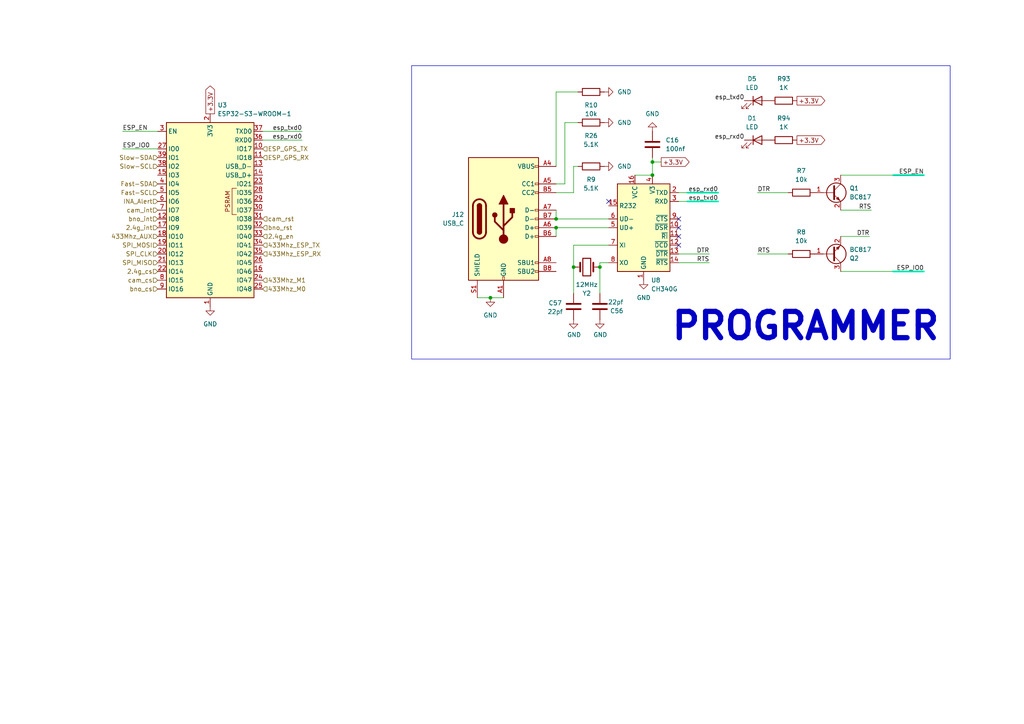
<source format=kicad_sch>
(kicad_sch (version 20250114) (generator "eeschema") (generator_version "9.0")
  (paper "A4")
  (lib_symbols
    (symbol "Connector:USB_C_Receptacle_USB2.0_16P" (pin_names (offset 1.016))
      (property "Reference" "J" (at 0 22.225 0))
      (property "Value" "USB_C_Receptacle_USB2.0_16P" (at 0 19.685 0))
      (symbol "USB_C_Receptacle_USB2.0_16P_0_0"
        (rectangle (start -0.254 -17.78) (end 0.254 -16.764))
        (rectangle (start 10.16 15.494) (end 9.144 14.986))
        (rectangle (start 10.16 10.414) (end 9.144 9.906))
        (rectangle (start 10.16 7.874) (end 9.144 7.366))
        (rectangle (start 10.16 2.794) (end 9.144 2.286))
        (rectangle (start 10.16 0.254) (end 9.144 -0.254))
        (rectangle (start 10.16 -2.286) (end 9.144 -2.794))
        (rectangle (start 10.16 -4.826) (end 9.144 -5.334))
        (rectangle (start 10.16 -12.446) (end 9.144 -12.954))
        (rectangle (start 10.16 -14.986) (end 9.144 -15.494))
      )
      (symbol "USB_C_Receptacle_USB2.0_16P_0_1"
        (rectangle (start -10.16 17.78) (end 10.16 -17.78) (stroke (width 0.254)) (fill (type background)))
        (polyline (pts (xy -8.89 -3.81) (xy -8.89 3.81)) (stroke (width 0.508)))
        (rectangle (start -7.62 -3.81) (end -6.35 3.81) (stroke (width 0.254)) (fill (type outline)))
        (arc (start -7.62 3.81) (mid -6.985 4.4423) (end -6.35 3.81) (stroke (width 0.254)))
        (arc (start -7.62 3.81) (mid -6.985 4.4423) (end -6.35 3.81) (stroke (width 0.254)) (fill (type outline)))
        (arc (start -8.89 3.81) (mid -6.985 5.7067) (end -5.08 3.81) (stroke (width 0.508)))
        (arc (start -5.08 -3.81) (mid -6.985 -5.7067) (end -8.89 -3.81) (stroke (width 0.508)))
        (arc (start -6.35 -3.81) (mid -6.985 -4.4423) (end -7.62 -3.81) (stroke (width 0.254)))
        (arc (start -6.35 -3.81) (mid -6.985 -4.4423) (end -7.62 -3.81) (stroke (width 0.254)) (fill (type outline)))
        (polyline (pts (xy -5.08 3.81) (xy -5.08 -3.81)) (stroke (width 0.508)))
        (circle (center -2.54 1.143) (radius 0.635) (stroke (width 0.254)) (fill (type outline)))
        (polyline (pts (xy -1.27 4.318) (xy 0 6.858) (xy 1.27 4.318) (xy -1.27 4.318)) (stroke (width 0.254)) (fill (type outline)))
        (polyline (pts (xy 0 -2.032) (xy 2.54 0.508) (xy 2.54 1.778)) (stroke (width 0.508)))
        (polyline (pts (xy 0 -3.302) (xy -2.54 -0.762) (xy -2.54 0.508)) (stroke (width 0.508)))
        (polyline (pts (xy 0 -5.842) (xy 0 4.318)) (stroke (width 0.508)))
        (circle (center 0 -5.842) (radius 1.27) (fill (type outline)))
        (rectangle (start 1.905 1.778) (end 3.175 3.048) (stroke (width 0.254)) (fill (type outline)))
      )
      (symbol "USB_C_Receptacle_USB2.0_16P_1_1"
        (pin passive line (at -7.62 -22.86 90) (length 5.08) (name "SHIELD") (number "S1"))
        (pin passive line (at 0 -22.86 90) (length 5.08) (name "GND") (number "A1"))
        (pin passive line (at 0 -22.86 90) (length 5.08) (hide yes) (name "GND") (number "A12"))
        (pin passive line (at 0 -22.86 90) (length 5.08) (hide yes) (name "GND") (number "B1"))
        (pin passive line (at 0 -22.86 90) (length 5.08) (hide yes) (name "GND") (number "B12"))
        (pin passive line (at 15.24 15.24 180) (length 5.08) (name "VBUS") (number "A4"))
        (pin passive line (at 15.24 15.24 180) (length 5.08) (hide yes) (name "VBUS") (number "A9"))
        (pin passive line (at 15.24 15.24 180) (length 5.08) (hide yes) (name "VBUS") (number "B4"))
        (pin passive line (at 15.24 15.24 180) (length 5.08) (hide yes) (name "VBUS") (number "B9"))
        (pin bidirectional line (at 15.24 10.16 180) (length 5.08) (name "CC1") (number "A5"))
        (pin bidirectional line (at 15.24 7.62 180) (length 5.08) (name "CC2") (number "B5"))
        (pin bidirectional line (at 15.24 2.54 180) (length 5.08) (name "D-") (number "A7"))
        (pin bidirectional line (at 15.24 0 180) (length 5.08) (name "D-") (number "B7"))
        (pin bidirectional line (at 15.24 -2.54 180) (length 5.08) (name "D+") (number "A6"))
        (pin bidirectional line (at 15.24 -5.08 180) (length 5.08) (name "D+") (number "B6"))
        (pin bidirectional line (at 15.24 -12.7 180) (length 5.08) (name "SBU1") (number "A8"))
        (pin bidirectional line (at 15.24 -15.24 180) (length 5.08) (name "SBU2") (number "B8"))
      )
    )
    (symbol "Device:C" (pin_numbers (hide yes)) (pin_names (offset 0.254))
      (property "Reference" "C" (at 0.635 2.54 0))
      (property "Value" "C" (at 0.635 -2.54 0))
      (symbol "C_0_1"
        (polyline (pts (xy -2.032 0.762) (xy 2.032 0.762)) (stroke (width 0.508)))
        (polyline (pts (xy -2.032 -0.762) (xy 2.032 -0.762)) (stroke (width 0.508)))
      )
      (symbol "C_1_1"
        (pin passive line (at 0 3.81 270) (length 2.794) (name "~") (number "1"))
        (pin passive line (at 0 -3.81 90) (length 2.794) (name "~") (number "2"))
      )
    )
    (symbol "Device:Crystal" (pin_numbers (hide yes)) (pin_names (offset 1.016) (hide yes))
      (property "Reference" "Y" (at 0 3.81 0))
      (property "Value" "Crystal" (at 0 -3.81 0))
      (symbol "Crystal_0_1"
        (polyline (pts (xy -2.54 0) (xy -1.905 0)))
        (polyline (pts (xy -1.905 -1.27) (xy -1.905 1.27)) (stroke (width 0.508)))
        (rectangle (start -1.143 2.54) (end 1.143 -2.54) (stroke (width 0.3048)))
        (polyline (pts (xy 1.905 -1.27) (xy 1.905 1.27)) (stroke (width 0.508)))
        (polyline (pts (xy 2.54 0) (xy 1.905 0)))
      )
      (symbol "Crystal_1_1"
        (pin passive line (at -3.81 0 0) (length 1.27) (name "1") (number "1"))
        (pin passive line (at 3.81 0 180) (length 1.27) (name "2") (number "2"))
      )
    )
    (symbol "Device:LED" (pin_numbers (hide yes)) (pin_names (offset 1.016) (hide yes))
      (property "Reference" "D" (at 0 2.54 0))
      (property "Value" "LED" (at 0 -2.54 0))
      (symbol "LED_0_1"
        (polyline (pts (xy -3.048 -0.762) (xy -4.572 -2.286) (xy -3.81 -2.286) (xy -4.572 -2.286) (xy -4.572 -1.524)))
        (polyline (pts (xy -1.778 -0.762) (xy -3.302 -2.286) (xy -2.54 -2.286) (xy -3.302 -2.286) (xy -3.302 -1.524)))
        (polyline (pts (xy -1.27 0) (xy 1.27 0)))
        (polyline (pts (xy -1.27 -1.27) (xy -1.27 1.27)) (stroke (width 0.254)))
        (polyline (pts (xy 1.27 -1.27) (xy 1.27 1.27) (xy -1.27 0) (xy 1.27 -1.27)) (stroke (width 0.254)))
      )
      (symbol "LED_1_1"
        (pin passive line (at -3.81 0 0) (length 2.54) (name "K") (number "1"))
        (pin passive line (at 3.81 0 180) (length 2.54) (name "A") (number "2"))
      )
    )
    (symbol "Device:R" (pin_numbers (hide yes)) (pin_names (offset 0))
      (property "Reference" "R" (at 2.032 0 90))
      (property "Value" "R" (at 0 0 90))
      (symbol "R_0_1"
        (rectangle (start -1.016 -2.54) (end 1.016 2.54) (stroke (width 0.254)))
      )
      (symbol "R_1_1"
        (pin passive line (at 0 3.81 270) (length 1.27) (name "~") (number "1"))
        (pin passive line (at 0 -3.81 90) (length 1.27) (name "~") (number "2"))
      )
    )
    (symbol "Interface_USB:CH340G"
      (property "Reference" "U8" (at 2.1433 -15.24 0))
      (property "Value" "CH340G" (at 2.1433 -17.78 0))
      (symbol "CH340G_0_1"
        (rectangle (start -7.62 12.7) (end 7.62 -12.7) (stroke (width 0.254)) (fill (type background)))
      )
      (symbol "CH340G_1_1"
        (pin input line (at -10.16 6.35 0) (length 2.54) (name "R232") (number "15"))
        (pin bidirectional line (at -10.16 2.54 0) (length 2.54) (name "UD-") (number "6"))
        (pin bidirectional line (at -10.16 0 0) (length 2.54) (name "UD+") (number "5"))
        (pin input line (at -10.16 -5.08 0) (length 2.54) (name "XI") (number "7"))
        (pin output line (at -10.16 -10.16 0) (length 2.54) (name "XO") (number "8"))
        (pin power_in line (at -2.54 15.24 270) (length 2.54) (name "VCC") (number "16"))
        (pin power_in line (at 0 -15.24 90) (length 2.54) (name "GND") (number "1"))
        (pin power_out line (at 2.54 15.24 270) (length 2.54) (name "V3") (number "4"))
        (pin output line (at 10.16 10.16 180) (length 2.54) (name "TXD") (number "2"))
        (pin input line (at 10.16 7.62 180) (length 2.54) (name "RXD") (number "3"))
        (pin input line (at 10.16 2.54 180) (length 2.54) (name "~{CTS}") (number "9"))
        (pin input line (at 10.16 0 180) (length 2.54) (name "~{DSR}") (number "10"))
        (pin input line (at 10.16 -2.54 180) (length 2.54) (name "~{RI}") (number "11"))
        (pin input line (at 10.16 -5.08 180) (length 2.54) (name "~{DCD}") (number "12"))
        (pin output line (at 10.16 -7.62 180) (length 2.54) (name "~{DTR}") (number "13"))
        (pin output line (at 10.16 -10.16 180) (length 2.54) (name "~{RTS}") (number "14"))
      )
    )
    (symbol "RF_Module:ESP32-S3-WROOM-1"
      (property "Reference" "U" (at -12.7 26.67 0))
      (property "Value" "ESP32-S3-WROOM-1" (at 12.7 26.67 0))
      (symbol "ESP32-S3-WROOM-1_0_0"
        (rectangle (start -12.7 25.4) (end 12.7 -25.4) (stroke (width 0.254)) (fill (type background)))
        (text "PSRAM" (at 5.08 2.54 900) (effects (font (size 1.27 1.27))))
      )
      (symbol "ESP32-S3-WROOM-1_0_1"
        (polyline (pts (xy 7.62 -1.27) (xy 6.35 -1.27) (xy 6.35 6.35) (xy 7.62 6.35)))
      )
      (symbol "ESP32-S3-WROOM-1_1_1"
        (pin input line (at -15.24 22.86 0) (length 2.54) (name "EN") (number "3"))
        (pin bidirectional line (at -15.24 17.78 0) (length 2.54) (name "IO0") (number "27"))
        (pin bidirectional line (at -15.24 15.24 0) (length 2.54) (name "IO1") (number "39"))
        (pin bidirectional line (at -15.24 12.7 0) (length 2.54) (name "IO2") (number "38"))
        (pin bidirectional line (at -15.24 10.16 0) (length 2.54) (name "IO3") (number "15"))
        (pin bidirectional line (at -15.24 7.62 0) (length 2.54) (name "IO4") (number "4"))
        (pin bidirectional line (at -15.24 5.08 0) (length 2.54) (name "IO5") (number "5"))
        (pin bidirectional line (at -15.24 2.54 0) (length 2.54) (name "IO6") (number "6"))
        (pin bidirectional line (at -15.24 0 0) (length 2.54) (name "IO7") (number "7"))
        (pin bidirectional line (at -15.24 -2.54 0) (length 2.54) (name "IO8") (number "12"))
        (pin bidirectional line (at -15.24 -5.08 0) (length 2.54) (name "IO9") (number "17"))
        (pin bidirectional line (at -15.24 -7.62 0) (length 2.54) (name "IO10") (number "18"))
        (pin bidirectional line (at -15.24 -10.16 0) (length 2.54) (name "IO11") (number "19"))
        (pin bidirectional line (at -15.24 -12.7 0) (length 2.54) (name "IO12") (number "20"))
        (pin bidirectional line (at -15.24 -15.24 0) (length 2.54) (name "IO13") (number "21"))
        (pin bidirectional line (at -15.24 -17.78 0) (length 2.54) (name "IO14") (number "22"))
        (pin bidirectional line (at -15.24 -20.32 0) (length 2.54) (name "IO15") (number "8"))
        (pin bidirectional line (at -15.24 -22.86 0) (length 2.54) (name "IO16") (number "9"))
        (pin power_in line (at 0 27.94 270) (length 2.54) (name "3V3") (number "2"))
        (pin power_in line (at 0 -27.94 90) (length 2.54) (name "GND") (number "1"))
        (pin passive line (at 0 -27.94 90) (length 2.54) (hide yes) (name "GND") (number "40"))
        (pin passive line (at 0 -27.94 90) (length 2.54) (hide yes) (name "GND") (number "41"))
        (pin bidirectional line (at 15.24 22.86 180) (length 2.54) (name "TXD0") (number "37"))
        (pin bidirectional line (at 15.24 20.32 180) (length 2.54) (name "RXD0") (number "36"))
        (pin bidirectional line (at 15.24 17.78 180) (length 2.54) (name "IO17") (number "10"))
        (pin bidirectional line (at 15.24 15.24 180) (length 2.54) (name "IO18") (number "11"))
        (pin bidirectional line (at 15.24 12.7 180) (length 2.54) (name "USB_D-") (number "13"))
        (pin bidirectional line (at 15.24 10.16 180) (length 2.54) (name "USB_D+") (number "14"))
        (pin bidirectional line (at 15.24 7.62 180) (length 2.54) (name "IO21") (number "23"))
        (pin bidirectional line (at 15.24 5.08 180) (length 2.54) (name "IO35") (number "28"))
        (pin bidirectional line (at 15.24 2.54 180) (length 2.54) (name "IO36") (number "29"))
        (pin bidirectional line (at 15.24 0 180) (length 2.54) (name "IO37") (number "30"))
        (pin bidirectional line (at 15.24 -2.54 180) (length 2.54) (name "IO38") (number "31"))
        (pin bidirectional line (at 15.24 -5.08 180) (length 2.54) (name "IO39") (number "32"))
        (pin bidirectional line (at 15.24 -7.62 180) (length 2.54) (name "IO40") (number "33"))
        (pin bidirectional line (at 15.24 -10.16 180) (length 2.54) (name "IO41") (number "34"))
        (pin bidirectional line (at 15.24 -12.7 180) (length 2.54) (name "IO42") (number "35"))
        (pin bidirectional line (at 15.24 -15.24 180) (length 2.54) (name "IO45") (number "26"))
        (pin bidirectional line (at 15.24 -17.78 180) (length 2.54) (name "IO46") (number "16"))
        (pin bidirectional line (at 15.24 -20.32 180) (length 2.54) (name "IO47") (number "24"))
        (pin bidirectional line (at 15.24 -22.86 180) (length 2.54) (name "IO48") (number "25"))
      )
    )
    (symbol "Transistor_BJT:BC817" (pin_names (offset 0) (hide yes))
      (property "Reference" "Q" (at 5.08 1.905 0))
      (property "Value" "BC817" (at 5.08 0 0))
      (symbol "BC817_0_1"
        (polyline (pts (xy -2.54 0) (xy 0.635 0)))
        (polyline (pts (xy 0.635 1.905) (xy 0.635 -1.905)) (stroke (width 0.508)))
        (circle (center 1.27 0) (radius 2.8194) (stroke (width 0.254)))
      )
      (symbol "BC817_1_1"
        (polyline (pts (xy 0.635 0.635) (xy 2.54 2.54)))
        (polyline (pts (xy 0.635 -0.635) (xy 2.54 -2.54)))
        (polyline (pts (xy 1.27 -1.778) (xy 1.778 -1.27) (xy 2.286 -2.286) (xy 1.27 -1.778)) (fill (type outline)))
        (pin input line (at -5.08 0 0) (length 2.54) (name "B") (number "1"))
        (pin passive line (at 2.54 5.08 270) (length 2.54) (name "C") (number "3"))
        (pin passive line (at 2.54 -5.08 90) (length 2.54) (name "E") (number "2"))
      )
    )
    (symbol "power:GND" (power) (pin_numbers (hide yes)) (pin_names (offset 0) (hide yes))
      (property "Value" "GND" (at 0 -3.81 0))
      (symbol "GND_0_1"
        (polyline (pts (xy 0 0) (xy 0 -1.27) (xy 1.27 -1.27) (xy 0 -2.54) (xy -1.27 -1.27) (xy 0 -1.27)))
      )
      (symbol "GND_1_1"
        (pin power_in line (at 0 0 270) (length 0) (name "~") (number "1"))
      )
    )
  )
  (rectangle (start 119.38 19.05) (end 275.59 104.14))
  (text "PROGRAMMER" (at 233.68 94.742 0) (effects (font (size 7.62 7.62) (thickness 1.524) (bold yes))))
  (junction (at 189.23 50.8))
  (junction (at 161.29 66.04))
  (junction (at 173.99 77.47))
  (junction (at 161.29 63.5))
  (junction (at 142.24 86.36))
  (junction (at 166.37 77.47))
  (junction (at 189.23 46.99))
  (no_connect (at 176.53 58.42))
  (no_connect (at 196.85 66.04))
  (no_connect (at 196.85 68.58))
  (no_connect (at 196.85 71.12))
  (no_connect (at 196.85 63.5))
  (wire (pts (xy 166.37 77.47) (xy 166.37 85.09)))
  (wire (pts (xy 166.37 48.26) (xy 167.64 48.26)))
  (wire (pts (xy 196.85 73.66) (xy 205.74 73.66)))
  (wire (pts (xy 189.23 45.72) (xy 189.23 46.99)))
  (wire (pts (xy 76.2 40.64) (xy 87.63 40.64)))
  (wire (pts (xy 45.72 43.18) (xy 35.56 43.18)))
  (wire (pts (xy 161.29 55.88) (xy 166.37 55.88)))
  (wire (pts (xy 243.84 60.96) (xy 252.73 60.96)))
  (wire (pts (xy 219.71 55.88) (xy 228.6 55.88)))
  (wire (pts (xy 161.29 48.26) (xy 161.29 26.67)))
  (wire (pts (xy 166.37 71.12) (xy 176.53 71.12)))
  (wire (pts (xy 243.84 50.8) (xy 267.97 50.8)))
  (wire (pts (xy 173.99 76.2) (xy 176.53 76.2)))
  (wire (pts (xy 163.83 53.34) (xy 163.83 35.56)))
  (wire (pts (xy 196.85 55.88) (xy 208.28 55.88)))
  (wire (pts (xy 184.15 50.8) (xy 189.23 50.8)))
  (wire (pts (xy 189.23 46.99) (xy 191.77 46.99)))
  (wire (pts (xy 243.84 78.74) (xy 267.97 78.74)))
  (wire (pts (xy 45.72 38.1) (xy 35.56 38.1)))
  (wire (pts (xy 173.99 77.47) (xy 173.99 85.09)))
  (wire (pts (xy 161.29 63.5) (xy 176.53 63.5)))
  (wire (pts (xy 252.2046 68.58) (xy 243.84 68.58)))
  (wire (pts (xy 196.85 58.42) (xy 208.28 58.42)))
  (wire (pts (xy 196.85 76.2) (xy 205.74 76.2)))
  (wire (pts (xy 161.29 26.67) (xy 167.64 26.67)))
  (wire (pts (xy 161.29 66.04) (xy 176.53 66.04)))
  (polyline (pts (xy 259.08 78.74) (xy 267.97 78.74)) (stroke (width 0.508) (type solid) (color 0 255 249 1)))
  (wire (pts (xy 173.99 76.2) (xy 173.99 77.47)))
  (wire (pts (xy 161.29 60.96) (xy 161.29 63.5)))
  (wire (pts (xy 166.37 48.26) (xy 166.37 55.88)))
  (wire (pts (xy 76.2 38.1) (xy 87.63 38.1)))
  (wire (pts (xy 161.29 53.34) (xy 163.83 53.34)))
  (wire (pts (xy 163.83 35.56) (xy 167.64 35.56)))
  (wire (pts (xy 228.6 73.66) (xy 219.71 73.66)))
  (polyline (pts (xy 199.39 55.88) (xy 208.28 55.88)) (stroke (width 0.508) (type solid) (color 0 255 249 1)))
  (wire (pts (xy 166.37 71.12) (xy 166.37 77.47)))
  (polyline (pts (xy 259.08 50.8) (xy 267.97 50.8)) (stroke (width 0.508) (type solid) (color 0 255 249 1)))
  (wire (pts (xy 189.23 46.99) (xy 189.23 50.8)))
  (polyline (pts (xy 199.39 58.42) (xy 208.28 58.42)) (stroke (width 0.508) (type solid) (color 0 255 249 1)))
  (wire (pts (xy 146.05 86.36) (xy 142.24 86.36)))
  (wire (pts (xy 138.43 86.36) (xy 142.24 86.36)))
  (wire (pts (xy 161.29 66.04) (xy 161.29 68.58)))
  (label "esp_rxd0" (at 215.9 40.64 180))
  (label "DTR" (at 205.74 73.66 180))
  (label "ESP_IO0" (at 267.97 78.74 180))
  (label "esp_txd0" (at 87.63 38.1 180))
  (label "DTR" (at 252.2046 68.58 180))
  (label "RTS" (at 219.71 73.66 0))
  (label "esp_rxd0" (at 87.63 40.64 180))
  (label "esp_txd0" (at 208.28 58.42 180))
  (label "esp_rxd0" (at 208.28 55.88 180))
  (label "RTS" (at 252.73 60.96 180))
  (label "ESP_EN" (at 267.97 50.8 180))
  (label "ESP_IO0" (at 35.56 43.18 0))
  (label "esp_txd0" (at 215.9 29.21 180))
  (label "DTR" (at 219.71 55.88 0))
  (label "ESP_EN" (at 35.56 38.1 0))
  (label "RTS" (at 205.74 76.2 180))
  (global_label "+3.3V" (shape output) (at 231.14 29.21 0) (property "Intersheetrefs" "${INTERSHEET_REFS}" (effects (hide yes))))
  (global_label "+3.3V" (shape output) (at 191.77 46.99 0) (property "Intersheetrefs" "${INTERSHEET_REFS}" (effects (hide yes))))
  (global_label "+3.3V" (shape output) (at 60.96 33.02 90) (property "Intersheetrefs" "${INTERSHEET_REFS}" (effects (hide yes))))
  (global_label "+3.3V" (shape output) (at 231.14 40.64 0) (property "Intersheetrefs" "${INTERSHEET_REFS}" (effects (hide yes))))
  (hierarchical_label "2.4g_en" (shape input) (at 76.2 68.58 0))
  (hierarchical_label "INA_Alert" (shape input) (at 45.72 58.42 180))
  (hierarchical_label "2.4g_cs" (shape input) (at 45.72 78.74 180))
  (hierarchical_label "bno_cs" (shape input) (at 45.72 83.82 180))
  (hierarchical_label "bno_int" (shape input) (at 45.72 63.5 180))
  (hierarchical_label "433Mhz_M1" (shape input) (at 76.2 81.28 0))
  (hierarchical_label "433Mhz_ESP_TX" (shape input) (at 76.2 71.12 0))
  (hierarchical_label "SPI_CLK" (shape input) (at 45.72 73.66 180))
  (hierarchical_label "SPI_MISO" (shape input) (at 45.72 76.2 180))
  (hierarchical_label "Slow-SCL" (shape input) (at 45.72 48.26 180))
  (hierarchical_label "433Mhz_ESP_RX" (shape input) (at 76.2 73.66 0))
  (hierarchical_label "ESP_GPS_RX" (shape input) (at 76.2 45.72 0))
  (hierarchical_label "Slow-SDA" (shape input) (at 45.72 45.72 180))
  (hierarchical_label "bno_rst" (shape input) (at 76.2 66.04 0))
  (hierarchical_label "cam_int" (shape input) (at 45.72 60.96 180))
  (hierarchical_label "cam_cs" (shape input) (at 45.72 81.28 180))
  (hierarchical_label "cam_rst" (shape input) (at 76.2 63.5 0))
  (hierarchical_label "433Mhz_M0" (shape input) (at 76.2 83.82 0))
  (hierarchical_label "2.4g_int" (shape input) (at 45.72 66.04 180))
  (hierarchical_label "ESP_GPS_TX" (shape input) (at 76.2 43.18 0))
  (hierarchical_label "SPI_MOSI" (shape input) (at 45.72 71.12 180))
  (hierarchical_label "Fast-SCL" (shape input) (at 45.72 55.88 180))
  (hierarchical_label "433Mhz_AUX" (shape input) (at 45.72 68.58 180))
  (hierarchical_label "Fast-SDA" (shape input) (at 45.72 53.34 180))
  (symbol (lib_id "power:GND") (at 175.26 35.56 90) (mirror x) (unit 1)
    (property "Reference" "#PWR053" (effects (hide yes)))
    (property "Value" "GND" (at 179.07 35.5599 90) (effects (justify right)))
    (property "Description" "Power symbol creates a global label with name \"GND\" , ground" (effects (hide yes)))
  )
  (symbol (lib_id "power:GND") (at 175.26 26.67 90) (mirror x) (unit 1)
    (property "Reference" "#PWR028" (effects (hide yes)))
    (property "Value" "GND" (at 179.07 26.6699 90) (effects (justify right)))
    (property "Description" "Power symbol creates a global label with name \"GND\" , ground" (effects (hide yes)))
  )
  (symbol (lib_id "Device:R") (at 171.45 48.26 270) (mirror x) (unit 1)
    (property "Reference" "R9" (at 171.45 52.07 90))
    (property "Value" "5.1K" (at 171.45 54.61 90))
    (property "Footprint" "Resistor_SMD:R_0805_2012Metric" (effects (hide yes)))
    (property "Datasheet" "-" (effects (hide yes)))
    (property "Description" "Resistor" (effects (hide yes)))
    (property "Cikkszám" "100.013.49" (effects (hide yes)))
    (property "Link" "https://www.hestore.hu/prod_10001349.html" (effects (hide yes)))
  )
  (symbol (lib_id "power:GND") (at 186.69 81.28 0) (unit 1)
    (property "Reference" "#PWR025" (effects (hide yes)))
    (property "Value" "GND" (at 186.69 86.36 0))
    (property "Description" "Power symbol creates a global label with name \"GND\" , ground" (effects (hide yes)))
  )
  (symbol (lib_id "Device:R") (at 232.41 55.88 90) (unit 1)
    (property "Reference" "R7" (at 232.41 49.53 90))
    (property "Value" "10k" (at 232.41 52.07 90))
    (property "Footprint" "Resistor_SMD:R_0805_2012Metric" (effects (hide yes)))
    (property "Datasheet" "https://www.hestore.hu/prod_getfile.php?id=3653" (effects (hide yes)))
    (property "Description" "Resistor" (effects (hide yes)))
    (property "Cikkszám" "100.011.42" (effects (hide yes)))
    (property "Link" "https://www.hestore.hu/prod_10001142.html" (effects (hide yes)))
  )
  (symbol (lib_id "Transistor_BJT:BC817") (at 241.3 73.66 0) (mirror x) (unit 1)
    (property "Reference" "Q2" (at 246.38 74.9301 0) (effects (justify left)))
    (property "Value" "BC817" (at 246.38 72.3901 0) (effects (justify left)))
    (property "Footprint" "Package_TO_SOT_SMD:SOT-23" (effects (hide yes)))
    (property "Datasheet" "https://www.onsemi.com/pub/Collateral/BC818-D.pdf" (effects (hide yes)))
    (property "Description" "0.8A Ic, 45V Vce, NPN Transistor, SOT-23" (effects (hide yes)))
  )
  (symbol (lib_id "Device:C") (at 189.23 41.91 0) (unit 1)
    (property "Reference" "C16" (at 193.04 40.6399 0) (effects (justify left)))
    (property "Value" "100nf" (at 193.04 43.1799 0) (effects (justify left)))
    (property "Footprint" "Capacitor_SMD:C_0805_2012Metric" (effects (hide yes)))
    (property "Description" "Unpolarized capacitor" (effects (hide yes)))
    (property "Cikkszám" "100.011.22" (effects (hide yes)))
    (property "Link" "https://www.hestore.hu/prod_10001122.html" (effects (hide yes)))
  )
  (symbol (lib_id "power:GND") (at 175.26 48.26 90) (mirror x) (unit 1)
    (property "Reference" "#PWR055" (effects (hide yes)))
    (property "Value" "GND" (at 179.07 48.2599 90) (effects (justify right)))
    (property "Description" "Power symbol creates a global label with name \"GND\" , ground" (effects (hide yes)))
  )
  (symbol (lib_id "Device:R") (at 171.45 26.67 270) (mirror x) (unit 1)
    (property "Reference" "R10" (at 171.45 30.48 90))
    (property "Value" "10k" (at 171.45 33.02 90))
    (property "Footprint" "Resistor_SMD:R_0805_2012Metric" (effects (hide yes)))
    (property "Datasheet" "-" (effects (hide yes)))
    (property "Description" "Resistor" (effects (hide yes)))
    (property "Cikkszám" "100.013.49" (effects (hide yes)))
    (property "Link" "https://www.hestore.hu/prod_10001349.html" (effects (hide yes)))
  )
  (symbol (lib_id "Device:R") (at 227.33 40.64 90) (unit 1)
    (property "Reference" "R94" (at 227.33 34.29 90))
    (property "Value" "1K" (at 227.33 36.83 90))
    (property "Footprint" "Resistor_SMD:R_0805_2012Metric" (effects (hide yes)))
    (property "Datasheet" "https://www.hestore.hu/prod_getfile.php?id=3656" (effects (hide yes)))
    (property "Description" "Resistor" (effects (hide yes)))
    (property "Cikkszám" "100.011.57" (effects (hide yes)))
    (property "Link" "https://www.hestore.hu/prod_10001157.html" (effects (hide yes)))
  )
  (symbol (lib_id "Device:Crystal") (at 170.18 77.47 180) (unit 1)
    (property "Reference" "Y2" (at 170.18 85.09 0))
    (property "Value" "12MHz" (at 170.18 82.55 0))
    (property "Footprint" "Crystal:Crystal_SMD_HC49-SD" (effects (hide yes)))
    (property "Datasheet" "-" (effects (hide yes)))
    (property "Description" "Two pin crystal" (effects (hide yes)))
    (property "Cikkszám" "100.213.87" (effects (hide yes)))
    (property "Link" "https://www.hestore.hu/prod_10021387.html" (effects (hide yes)))
  )
  (symbol (lib_id "Device:R") (at 171.45 35.56 270) (mirror x) (unit 1)
    (property "Reference" "R26" (at 171.45 39.37 90))
    (property "Value" "5.1K" (at 171.45 41.91 90))
    (property "Footprint" "Resistor_SMD:R_0805_2012Metric" (effects (hide yes)))
    (property "Datasheet" "-" (effects (hide yes)))
    (property "Description" "Resistor" (effects (hide yes)))
    (property "Cikkszám" "100.013.49" (effects (hide yes)))
    (property "Link" "https://www.hestore.hu/prod_10001349.html" (effects (hide yes)))
  )
  (symbol (lib_id "power:GND") (at 189.23 38.1 0) (mirror x) (unit 1)
    (property "Reference" "#PWR029" (effects (hide yes)))
    (property "Value" "GND" (at 189.23 33.02 0))
    (property "Description" "Power symbol creates a global label with name \"GND\" , ground" (effects (hide yes)))
  )
  (symbol (lib_id "Device:R") (at 227.33 29.21 90) (unit 1)
    (property "Reference" "R93" (at 227.33 22.86 90))
    (property "Value" "1K" (at 227.33 25.4 90))
    (property "Footprint" "Resistor_SMD:R_0805_2012Metric" (effects (hide yes)))
    (property "Datasheet" "https://www.hestore.hu/prod_getfile.php?id=3656" (effects (hide yes)))
    (property "Description" "Resistor" (effects (hide yes)))
    (property "Cikkszám" "100.011.57" (effects (hide yes)))
    (property "Link" "https://www.hestore.hu/prod_10001157.html" (effects (hide yes)))
  )
  (symbol (lib_id "Connector:USB_C_Receptacle_USB2.0_16P") (at 146.05 63.5 0) (unit 1)
    (property "Reference" "J12" (at 134.62 62.2299 0) (effects (justify right)))
    (property "Value" "USB_C" (at 134.62 64.7699 0) (effects (justify right)))
    (property "Footprint" "Connector_USB:USB_C_Receptacle_Palconn_UTC16-G" (effects (hide yes)))
    (property "Datasheet" "https://www.hestore.hu/prod_getfile.php?id=17786" (effects (hide yes)))
    (property "Description" "USB 2.0-only 16P Type-C Receptacle connector" (effects (hide yes)))
    (property "Cikkszám" "100.469.70" (effects (hide yes)))
    (property "Link" "https://www.hestore.hu/prod_10046970.html" (effects (hide yes)))
  )
  (symbol (lib_id "Device:LED") (at 219.71 40.64 0) (unit 1)
    (property "Reference" "D1" (at 218.1225 34.29 0))
    (property "Value" "LED" (at 218.1225 36.83 0))
    (property "Footprint" "Diode_SMD:D_1206_3216Metric" (effects (hide yes)))
    (property "Datasheet" "https://www.hestore.hu/prod_getfile.php?id=19854" (effects (hide yes)))
    (property "Description" "Light emitting diode" (effects (hide yes)))
    (property "Cikkszám" "100.365.89" (effects (hide yes)))
    (property "Link" "https://www.hestore.hu/prod_10048914.html" (effects (hide yes)))
  )
  (symbol (lib_id "RF_Module:ESP32-S3-WROOM-1") (at 60.96 60.96 0) (unit 1)
    (property "Reference" "U3" (at 63.1033 30.48 0) (effects (justify left)))
    (property "Value" "ESP32-S3-WROOM-1" (at 63.1033 33.02 0) (effects (justify left)))
    (property "Footprint" "RF_Module:ESP32-S3-WROOM-1" (effects (hide yes)))
    (property "Datasheet" "https://www.espressif.com/sites/default/files/documentation/esp32-s3-wroom-1_wroom-1u_datasheet_en.pdf" (effects (hide yes)))
    (property "Description" "RF Module, ESP32-S3 SoC, Wi-Fi 802.11b/g/n, Bluetooth, BLE, 32-bit, 3.3V, onboard antenna, SMD" (effects (hide yes)))
  )
  (symbol (lib_id "Device:C") (at 173.99 88.9 0) (unit 1)
    (property "Reference" "C56" (at 180.848 90.17 0) (effects (justify right)))
    (property "Value" "22pf" (at 180.848 87.63 0) (effects (justify right)))
    (property "Footprint" "Capacitor_SMD:C_0805_2012Metric" (effects (hide yes)))
    (property "Datasheet" "https://www.hestore.hu/prod_getfile.php?id=3648" (effects (hide yes)))
    (property "Description" "Unpolarized capacitor" (effects (hide yes)))
    (property "Cikkszám" "100.011.31" (effects (hide yes)))
    (property "Link" "https://www.hestore.hu/prod_10001131.html" (effects (hide yes)))
  )
  (symbol (lib_id "Interface_USB:CH340G") (at 186.69 66.04 0) (unit 1)
    (property "Reference" "U8" (at 188.8333 81.28 0) (effects (justify left)))
    (property "Value" "CH340G" (at 188.8333 83.82 0) (effects (justify left)))
    (property "Footprint" "Package_SO:SOIC-16_3.9x9.9mm_P1.27mm" (effects (hide yes)))
    (property "Datasheet" "http://www.datasheet5.com/pdf-local-2195953" (effects (hide yes)))
    (property "Description" "USB serial converter, UART, SOIC-16" (effects (hide yes)))
  )
  (symbol (lib_id "power:GND") (at 173.99 92.71 0) (unit 1)
    (property "Reference" "#PWR0142" (effects (hide yes)))
    (property "Value" "GND" (at 174.117 97.1042 0))
    (property "Description" "Power symbol creates a global label with name \"GND\" , ground" (effects (hide yes)))
  )
  (symbol (lib_id "Device:LED") (at 219.71 29.21 0) (unit 1)
    (property "Reference" "D5" (at 218.1225 22.86 0))
    (property "Value" "LED" (at 218.1225 25.4 0))
    (property "Footprint" "Diode_SMD:D_1206_3216Metric" (effects (hide yes)))
    (property "Datasheet" "https://www.hestore.hu/prod_getfile.php?id=19854" (effects (hide yes)))
    (property "Description" "Light emitting diode" (effects (hide yes)))
    (property "Cikkszám" "100.365.89" (effects (hide yes)))
    (property "Link" "https://www.hestore.hu/prod_10048914.html" (effects (hide yes)))
  )
  (symbol (lib_id "power:GND") (at 60.96 88.9 0) (unit 1)
    (property "Reference" "#PWR027" (effects (hide yes)))
    (property "Value" "GND" (at 60.96 93.98 0))
    (property "Description" "Power symbol creates a global label with name \"GND\" , ground" (effects (hide yes)))
  )
  (symbol (lib_id "power:GND") (at 166.37 92.71 0) (unit 1)
    (property "Reference" "#PWR0143" (effects (hide yes)))
    (property "Value" "GND" (at 166.497 97.1042 0))
    (property "Description" "Power symbol creates a global label with name \"GND\" , ground" (effects (hide yes)))
  )
  (symbol (lib_id "Transistor_BJT:BC817") (at 241.3 55.88 0) (unit 1)
    (property "Reference" "Q1" (at 246.38 54.6099 0) (effects (justify left)))
    (property "Value" "BC817" (at 246.38 57.1499 0) (effects (justify left)))
    (property "Footprint" "Package_TO_SOT_SMD:SOT-23" (effects (hide yes)))
    (property "Datasheet" "https://www.onsemi.com/pub/Collateral/BC818-D.pdf" (effects (hide yes)))
    (property "Description" "0.8A Ic, 45V Vce, NPN Transistor, SOT-23" (effects (hide yes)))
  )
  (symbol (lib_id "Device:R") (at 232.41 73.66 90) (unit 1)
    (property "Reference" "R8" (at 232.41 67.31 90))
    (property "Value" "10k" (at 232.41 69.85 90))
    (property "Footprint" "Resistor_SMD:R_0805_2012Metric" (effects (hide yes)))
    (property "Datasheet" "https://www.hestore.hu/prod_getfile.php?id=3653" (effects (hide yes)))
    (property "Description" "Resistor" (effects (hide yes)))
    (property "Cikkszám" "100.011.42" (effects (hide yes)))
    (property "Link" "https://www.hestore.hu/prod_10001142.html" (effects (hide yes)))
  )
  (symbol (lib_id "Device:C") (at 166.37 88.9 0) (unit 1)
    (property "Reference" "C57" (at 161.036 87.884 0))
    (property "Value" "22pf" (at 161.036 90.424 0))
    (property "Footprint" "Capacitor_SMD:C_0805_2012Metric" (effects (hide yes)))
    (property "Datasheet" "https://www.hestore.hu/prod_getfile.php?id=3648" (effects (hide yes)))
    (property "Description" "Unpolarized capacitor" (effects (hide yes)))
    (property "Cikkszám" "100.011.31" (effects (hide yes)))
    (property "Link" "https://www.hestore.hu/prod_10001131.html" (effects (hide yes)))
  )
  (symbol (lib_id "power:GND") (at 142.24 86.36 0) (unit 1)
    (property "Reference" "#PWR026" (effects (hide yes)))
    (property "Value" "GND" (at 142.24 91.44 0))
    (property "Description" "Power symbol creates a global label with name \"GND\" , ground" (effects (hide yes)))
  )
)
</source>
